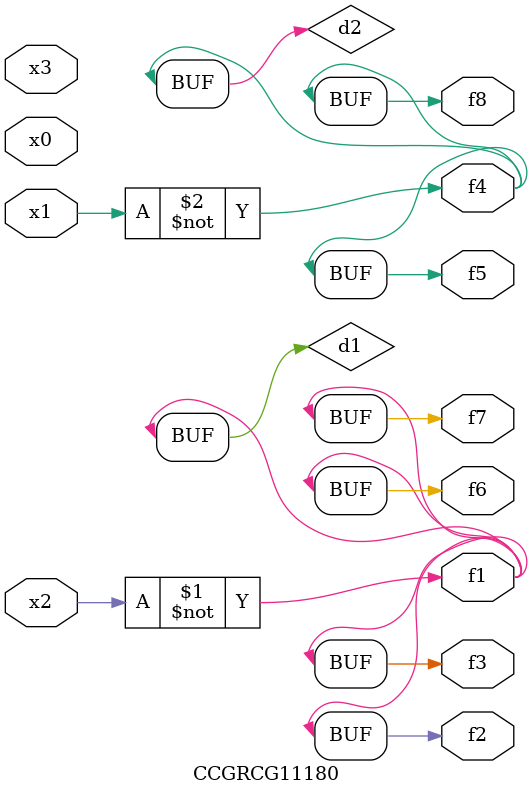
<source format=v>
module CCGRCG11180(
	input x0, x1, x2, x3,
	output f1, f2, f3, f4, f5, f6, f7, f8
);

	wire d1, d2;

	xnor (d1, x2);
	not (d2, x1);
	assign f1 = d1;
	assign f2 = d1;
	assign f3 = d1;
	assign f4 = d2;
	assign f5 = d2;
	assign f6 = d1;
	assign f7 = d1;
	assign f8 = d2;
endmodule

</source>
